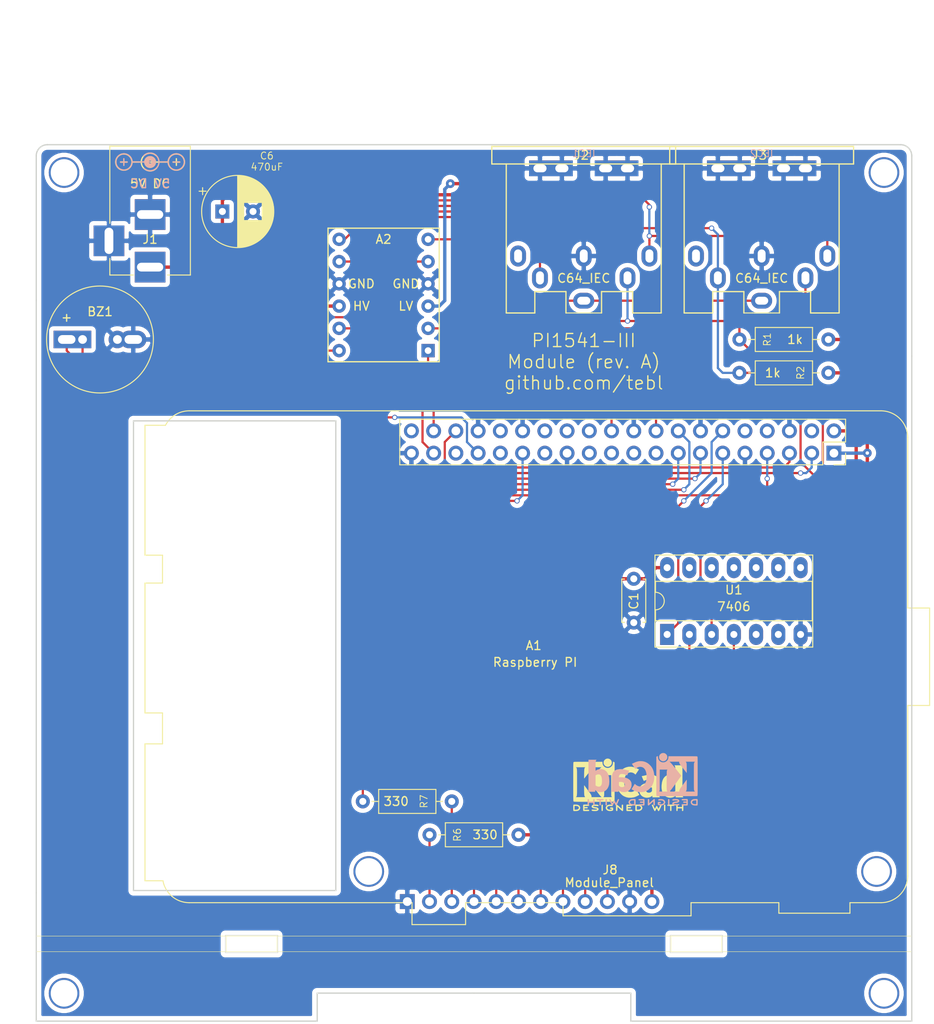
<source format=kicad_pcb>
(kicad_pcb (version 20171130) (host pcbnew "(5.1.8)-1")
  (layers (0 F.Cu signal) (31 B.Cu signal) (34 B.Paste user) (35 F.Paste user) (36 B.SilkS user) (37 F.SilkS user) (38 B.Mask user) (39 F.Mask user) (44 Edge.Cuts user))
  (net 0 "")
  (net 1 GND)
  (net 2 +3V3)
  (net 3 +5V)
  (net 4 I2C_SCL)
  (net 5 I2C_SDA)
  (net 6 RPI_DATA_IN)
  (net 7 SW5_INSERT)
  (net 8 SW4_BACK)
  (net 9 RPI_ATN)
  (net 10 RPI_LED)
  (net 11 "Net-(A1-Pad33)")
  (net 12 RPI_RST)
  (net 13 RPI_CLK_IN)
  (net 14 SW1_ENTER)
  (net 15 RPI_DATA_OUT)
  (net 16 RPI_CLK_OUT)
  (net 17 SW3_DOWN)
  (net 18 SW2_UP)
  (net 19 LED_ACT)
  (net 20 LED_PWR)
  (net 21 C64_DATA)
  (net 22 C64_CLK)
  (net 23 C64_ATN)
  (net 24 C64_RST)
  (module Symbols:KiCad-Logo2_6mm_SilkScreen (layer B.Cu) (at 139.446 127 180)
    (fp_text reference REF*** hide)
    (fp_text value KiCad-Logo2_6mm_SilkScreen hide)
  )
  (module BulkyMIDI-32:PWR_Specification (layer F.Cu) (at 83.185 56.515)
    (fp_text reference SYM1 hide)
    (fp_text value DC_5V)
    (fp_text user + (at -3 0 180) (layer B.SilkS))
    (fp_text user - (at 3 0 180) (layer B.SilkS))
    (fp_text user - (at -3 0) (layer F.SilkS))
    (fp_text user + (at 3 0) (layer F.SilkS))
  )
  (module mounting:M3 (layer F.Cu) (at 73.355 151.435)
    (fp_text reference M1 hide)
    (fp_text value Mounting hide)
    (pad "" np_thru_hole circle (at 0 0) (size 3.5 3.5) (drill 3.048) (layers *.Cu *.Mask))
  )
  (module Symbols:KiCad-Logo2_6mm_SilkScreen (layer F.Cu) (at 137.795 127.635)
    (fp_text reference REF*** hide)
    (fp_text value KiCad-Logo2_6mm_SilkScreen hide)
  )
  (module Capacitor_THT:CP_Radial_D8.0mm_P3.50mm (layer F.Cu) (at 91.44 62.23)
    (fp_text reference C6 (at 5.08 -6.35) (layer F.SilkS) (effects (font (size 0.8 0.8) (thickness 0.1))))
    (fp_text value 470uF (at 5.08 -5.08) (layer F.SilkS) (effects (font (size 0.8 0.8) (thickness 0.1))))
    (pad 1 thru_hole rect (at 0 0) (size 1.6 1.6) (drill 0.8) (layers *.Cu *.Mask) (net 3 +5V))
    (pad 2 thru_hole circle (at 3.5 0) (size 1.6 1.6) (drill 0.8) (layers *.Cu *.Mask) (net 1 GND))
  )
  (module RPI:Raspberry_Pi_3B_Socketed_THT_FaceDown_MountingHoles (layer F.Cu) (at 161.29 89.805 270)
    (fp_text reference A1 (at 21.955 34.29) (layer F.SilkS))
    (fp_text value "Raspberry PI" (at 23.86 34.13 180) (layer F.SilkS))
    (pad "" np_thru_hole circle (at 47.73 -4.87) (size 3.5 3.5) (drill 3.048) (layers *.Cu *.Mask))
    (pad "" np_thru_hole circle (at 47.73 53.13) (size 3.5 3.5) (drill 3.048) (layers *.Cu *.Mask))
    (pad 40 thru_hole oval (at -2.54 48.26 270) (size 1.7 1.7) (drill 1) (layers *.Cu *.Mask))
    (pad 39 thru_hole oval (at 0 48.26 270) (size 1.7 1.7) (drill 1) (layers *.Cu *.Mask) (net 1 GND))
    (pad 26 thru_hole oval (at -2.54 30.48 270) (size 1.7 1.7) (drill 1) (layers *.Cu *.Mask))
    (pad 25 thru_hole oval (at 0 30.48 270) (size 1.7 1.7) (drill 1) (layers *.Cu *.Mask) (net 1 GND))
    (pad 22 thru_hole oval (at -2.54 25.4 270) (size 1.7 1.7) (drill 1) (layers *.Cu *.Mask) (net 6 RPI_DATA_IN))
    (pad 21 thru_hole oval (at 0 25.4 270) (size 1.7 1.7) (drill 1) (layers *.Cu *.Mask))
    (pad 30 thru_hole oval (at -2.54 35.56 270) (size 1.7 1.7) (drill 1) (layers *.Cu *.Mask) (net 1 GND))
    (pad 29 thru_hole oval (at 0 35.56 270) (size 1.7 1.7) (drill 1) (layers *.Cu *.Mask) (net 7 SW5_INSERT))
    (pad 8 thru_hole oval (at -2.54 7.62 270) (size 1.7 1.7) (drill 1) (layers *.Cu *.Mask))
    (pad 7 thru_hole oval (at 0 7.62 270) (size 1.7 1.7) (drill 1) (layers *.Cu *.Mask) (net 8 SW4_BACK))
    (pad 32 thru_hole oval (at -2.54 38.1 270) (size 1.7 1.7) (drill 1) (layers *.Cu *.Mask))
    (pad 31 thru_hole oval (at 0 38.1 270) (size 1.7 1.7) (drill 1) (layers *.Cu *.Mask))
    (pad 18 thru_hole oval (at -2.54 20.32 270) (size 1.7 1.7) (drill 1) (layers *.Cu *.Mask) (net 9 RPI_ATN))
    (pad 17 thru_hole oval (at 0 20.32 270) (size 1.7 1.7) (drill 1) (layers *.Cu *.Mask))
    (pad 36 thru_hole oval (at -2.54 43.18 270) (size 1.7 1.7) (drill 1) (layers *.Cu *.Mask) (net 10 RPI_LED))
    (pad 35 thru_hole oval (at 0 43.18 270) (size 1.7 1.7) (drill 1) (layers *.Cu *.Mask))
    (pad 34 thru_hole oval (at -2.54 40.64 270) (size 1.7 1.7) (drill 1) (layers *.Cu *.Mask) (net 1 GND))
    (pad 33 thru_hole oval (at 0 40.64 270) (size 1.7 1.7) (drill 1) (layers *.Cu *.Mask) (net 11 "Net-(A1-Pad33)"))
    (pad 38 thru_hole oval (at -2.54 45.72 270) (size 1.7 1.7) (drill 1) (layers *.Cu *.Mask) (net 12 RPI_RST))
    (pad 37 thru_hole oval (at 0 45.72 270) (size 1.7 1.7) (drill 1) (layers *.Cu *.Mask) (net 13 RPI_CLK_IN))
    (pad 20 thru_hole oval (at -2.54 22.86 270) (size 1.7 1.7) (drill 1) (layers *.Cu *.Mask) (net 1 GND))
    (pad 19 thru_hole oval (at 0 22.86 270) (size 1.7 1.7) (drill 1) (layers *.Cu *.Mask))
    (pad 10 thru_hole oval (at -2.54 10.16 270) (size 1.7 1.7) (drill 1) (layers *.Cu *.Mask))
    (pad 9 thru_hole oval (at 0 10.16 270) (size 1.7 1.7) (drill 1) (layers *.Cu *.Mask) (net 1 GND))
    (pad 14 thru_hole oval (at -2.54 15.24 270) (size 1.7 1.7) (drill 1) (layers *.Cu *.Mask) (net 1 GND))
    (pad 13 thru_hole oval (at 0 15.24 270) (size 1.7 1.7) (drill 1) (layers *.Cu *.Mask) (net 14 SW1_ENTER))
    (pad 28 thru_hole oval (at -2.54 33.02 270) (size 1.7 1.7) (drill 1) (layers *.Cu *.Mask))
    (pad 27 thru_hole oval (at 0 33.02 270) (size 1.7 1.7) (drill 1) (layers *.Cu *.Mask))
    (pad 12 thru_hole oval (at -2.54 12.7 270) (size 1.7 1.7) (drill 1) (layers *.Cu *.Mask) (net 15 RPI_DATA_OUT))
    (pad 11 thru_hole oval (at 0 12.7 270) (size 1.7 1.7) (drill 1) (layers *.Cu *.Mask) (net 16 RPI_CLK_OUT))
    (pad 24 thru_hole oval (at -2.54 27.94 270) (size 1.7 1.7) (drill 1) (layers *.Cu *.Mask))
    (pad 23 thru_hole oval (at 0 27.94 270) (size 1.7 1.7) (drill 1) (layers *.Cu *.Mask))
    (pad 1 thru_hole rect (at 0 0 270) (size 1.7 1.7) (drill 1) (layers *.Cu *.Mask) (net 2 +3V3))
    (pad 2 thru_hole oval (at -2.54 0 270) (size 1.7 1.7) (drill 1) (layers *.Cu *.Mask) (net 3 +5V))
    (pad 5 thru_hole oval (at 0 5.08 270) (size 1.7 1.7) (drill 1) (layers *.Cu *.Mask) (net 4 I2C_SCL))
    (pad 4 thru_hole oval (at -2.54 2.54 270) (size 1.7 1.7) (drill 1) (layers *.Cu *.Mask))
    (pad 16 thru_hole oval (at -2.54 17.78 270) (size 1.7 1.7) (drill 1) (layers *.Cu *.Mask) (net 17 SW3_DOWN))
    (pad 15 thru_hole oval (at 0 17.78 270) (size 1.7 1.7) (drill 1) (layers *.Cu *.Mask) (net 18 SW2_UP))
    (pad 3 thru_hole oval (at 0 2.54 270) (size 1.7 1.7) (drill 1) (layers *.Cu *.Mask) (net 5 I2C_SDA))
    (pad 6 thru_hole oval (at -2.54 5.08 270) (size 1.7 1.7) (drill 1) (layers *.Cu *.Mask) (net 1 GND))
  )
  (module small_buzzer:Buzzer_12x9.5RM7.6 (layer F.Cu) (at 73.66 76.835)
    (fp_text reference BZ1 (at 3.81 -3.175) (layer F.SilkS))
    (fp_text value Buzzer)
    (fp_text user + (at -0.01 -2.54) (layer F.SilkS))
    (pad 1 thru_hole rect (at 0 0) (size 3 2) (drill oval 2 1) (layers *.Cu *.Mask) (net 11 "Net-(A1-Pad33)"))
    (pad 2 thru_hole oval (at 7.6 0) (size 3 2) (drill oval 2 1) (layers *.Cu *.Mask) (net 1 GND))
    (pad 1 thru_hole rect (at 1.81 0) (size 2 2) (drill 1) (layers *.Cu *.Mask) (net 11 "Net-(A1-Pad33)"))
    (pad 2 thru_hole circle (at 5.79 0) (size 2 2) (drill 1) (layers *.Cu *.Mask) (net 1 GND))
  )
  (module Capacitor_THT:C_Disc_D4.7mm_W2.5mm_P5.00mm (layer F.Cu) (at 138.43 104.14 270)
    (fp_text reference C1 (at 2.54 0 90) (layer F.SilkS))
    (fp_text value 100nF)
    (pad 1 thru_hole circle (at 0 0 270) (size 1.6 1.6) (drill 0.8) (layers *.Cu *.Mask) (net 3 +5V))
    (pad 2 thru_hole circle (at 5 0 270) (size 1.6 1.6) (drill 0.8) (layers *.Cu *.Mask) (net 1 GND))
  )
  (module Package_DIP:DIP-14_W7.62mm_Socket_LongPads (layer F.Cu) (at 142.24 110.49 90)
    (fp_text reference U1 (at 5.08 7.62 180) (layer F.SilkS))
    (fp_text value 7406 (at 3.175 7.62 180) (layer F.SilkS))
    (pad 1 thru_hole rect (at 0 0 90) (size 2.4 1.6) (drill 0.8) (layers *.Cu *.Mask) (net 15 RPI_DATA_OUT))
    (pad 8 thru_hole oval (at 7.62 15.24 90) (size 2.4 1.6) (drill 0.8) (layers *.Cu *.Mask))
    (pad 2 thru_hole oval (at 0 2.54 90) (size 2.4 1.6) (drill 0.8) (layers *.Cu *.Mask) (net 21 C64_DATA))
    (pad 9 thru_hole oval (at 7.62 12.7 90) (size 2.4 1.6) (drill 0.8) (layers *.Cu *.Mask))
    (pad 3 thru_hole oval (at 0 5.08 90) (size 2.4 1.6) (drill 0.8) (layers *.Cu *.Mask) (net 16 RPI_CLK_OUT))
    (pad 10 thru_hole oval (at 7.62 10.16 90) (size 2.4 1.6) (drill 0.8) (layers *.Cu *.Mask))
    (pad 4 thru_hole oval (at 0 7.62 90) (size 2.4 1.6) (drill 0.8) (layers *.Cu *.Mask) (net 22 C64_CLK))
    (pad 11 thru_hole oval (at 7.62 7.62 90) (size 2.4 1.6) (drill 0.8) (layers *.Cu *.Mask))
    (pad 5 thru_hole oval (at 0 10.16 90) (size 2.4 1.6) (drill 0.8) (layers *.Cu *.Mask))
    (pad 12 thru_hole oval (at 7.62 5.08 90) (size 2.4 1.6) (drill 0.8) (layers *.Cu *.Mask))
    (pad 6 thru_hole oval (at 0 12.7 90) (size 2.4 1.6) (drill 0.8) (layers *.Cu *.Mask))
    (pad 13 thru_hole oval (at 7.62 2.54 90) (size 2.4 1.6) (drill 0.8) (layers *.Cu *.Mask))
    (pad 7 thru_hole oval (at 0 15.24 90) (size 2.4 1.6) (drill 0.8) (layers *.Cu *.Mask) (net 1 GND))
    (pad 14 thru_hole oval (at 7.62 0 90) (size 2.4 1.6) (drill 0.8) (layers *.Cu *.Mask) (net 3 +5V))
  )
  (module IIC_4CH_Level_Converter:4CH_I2C_Level_Converter (layer F.Cu) (at 109.855 73.025 180)
    (fp_text reference A2 (at 0 7.62) (layer F.SilkS))
    (fp_text value "I2C LC")
    (fp_text user GND (at 2.54 2.54) (layer F.SilkS))
    (fp_text user GND (at -2.54 2.54) (layer F.SilkS))
    (fp_text user HV (at 2.54 0) (layer F.SilkS))
    (fp_text user LV (at -2.54 0 180) (layer F.SilkS))
    (pad 1 thru_hole rect (at -5.08 -5.08 180) (size 1.524 1.524) (drill 0.762) (layers *.Cu *.Mask) (net 12 RPI_RST))
    (pad 2 thru_hole circle (at -5.08 -2.54 180) (size 1.524 1.524) (drill 0.762) (layers *.Cu *.Mask) (net 6 RPI_DATA_IN))
    (pad 3 thru_hole circle (at -5.08 0 180) (size 1.524 1.524) (drill 0.762) (layers *.Cu *.Mask) (net 2 +3V3))
    (pad 4 thru_hole circle (at -5.08 2.54 180) (size 1.524 1.524) (drill 0.762) (layers *.Cu *.Mask) (net 1 GND))
    (pad 5 thru_hole circle (at -5.08 5.08 180) (size 1.524 1.524) (drill 0.762) (layers *.Cu *.Mask) (net 13 RPI_CLK_IN))
    (pad 6 thru_hole circle (at -5.08 7.62 180) (size 1.524 1.524) (drill 0.762) (layers *.Cu *.Mask) (net 9 RPI_ATN))
    (pad 7 thru_hole circle (at 5.08 7.62 180) (size 1.524 1.524) (drill 0.762) (layers *.Cu *.Mask) (net 23 C64_ATN))
    (pad 8 thru_hole circle (at 5.08 5.08 180) (size 1.524 1.524) (drill 0.762) (layers *.Cu *.Mask) (net 22 C64_CLK))
    (pad 9 thru_hole circle (at 5.08 2.54 180) (size 1.524 1.524) (drill 0.762) (layers *.Cu *.Mask) (net 1 GND))
    (pad 10 thru_hole circle (at 5.08 0 180) (size 1.524 1.524) (drill 0.762) (layers *.Cu *.Mask) (net 3 +5V))
    (pad 11 thru_hole circle (at 5.08 -2.54 180) (size 1.524 1.524) (drill 0.762) (layers *.Cu *.Mask) (net 21 C64_DATA))
    (pad 12 thru_hole circle (at 5.08 -5.08 180) (size 1.524 1.524) (drill 0.762) (layers *.Cu *.Mask) (net 24 C64_RST))
  )
  (module pi1541:BARREL_JACK (layer F.Cu) (at 83.185 68.58 270)
    (fp_text reference J1 (at -3.175 0) (layer F.SilkS))
    (fp_text value "DC IN")
    (pad 3 thru_hole rect (at -3 4.7 270) (size 3.5 3.5) (drill oval 3 1) (layers *.Cu *.Mask) (net 1 GND))
    (pad 2 thru_hole rect (at -6 0 270) (size 3.5 3.5) (drill oval 1 3) (layers *.Cu *.Mask) (net 1 GND))
    (pad 1 thru_hole rect (at 0 0 270) (size 3.5 3.5) (drill oval 1 3) (layers *.Cu *.Mask) (net 3 +5V))
  )
  (module pi1541:Module_Panel (layer F.Cu) (at 120.18 140.97)
    (fp_text reference J8 (at 15.5449 -3.6195 180) (layer F.SilkS))
    (fp_text value Module_Panel (at 15.456 -2.159) (layer F.SilkS))
    (pad 4 thru_hole oval (at 0 0) (size 1.7 1.7) (drill 1) (layers *.Cu *.Mask) (net 4 I2C_SCL))
    (pad 3 thru_hole oval (at -2.54 0) (size 1.7 1.7) (drill 1) (layers *.Cu *.Mask) (net 19 LED_ACT))
    (pad 2 thru_hole oval (at -5.08 0) (size 1.7 1.7) (drill 1) (layers *.Cu *.Mask) (net 20 LED_PWR))
    (pad 1 thru_hole rect (at -7.62 0) (size 1.7 1.7) (drill 1) (layers *.Cu *.Mask) (net 1 GND))
    (pad 5 thru_hole oval (at 2.54 0) (size 1.7 1.7) (drill 1) (layers *.Cu *.Mask) (net 5 I2C_SDA))
    (pad 6 thru_hole oval (at 5.08 0) (size 1.7 1.7) (drill 1) (layers *.Cu *.Mask) (net 14 SW1_ENTER))
    (pad 7 thru_hole oval (at 7.62 0) (size 1.7 1.7) (drill 1) (layers *.Cu *.Mask) (net 18 SW2_UP))
    (pad 8 thru_hole oval (at 10.16 0) (size 1.7 1.7) (drill 1) (layers *.Cu *.Mask) (net 17 SW3_DOWN))
    (pad 9 thru_hole oval (at 12.7 0) (size 1.7 1.7) (drill 1) (layers *.Cu *.Mask) (net 8 SW4_BACK))
    (pad 10 thru_hole oval (at 15.24 0) (size 1.7 1.7) (drill 1) (layers *.Cu *.Mask) (net 7 SW5_INSERT))
    (pad 11 thru_hole oval (at 17.78 0) (size 1.7 1.7) (drill 1) (layers *.Cu *.Mask) (net 1 GND))
    (pad 12 thru_hole oval (at 20.32 0) (size 1.7 1.7) (drill 1) (layers *.Cu *.Mask) (net 2 +3V3))
  )
  (module mounting:M3 (layer F.Cu) (at 167.005 151.435)
    (fp_text reference M2 hide)
    (fp_text value Mounting hide)
    (pad "" np_thru_hole circle (at 0 0) (size 3.5 3.5) (drill 3.048) (layers *.Cu *.Mask))
  )
  (module mounting:M3 (layer F.Cu) (at 167.005 57.785)
    (fp_text reference M3 hide)
    (fp_text value Mounting hide)
    (pad "" np_thru_hole circle (at 0 0) (size 3.5 3.5) (drill 3.048) (layers *.Cu *.Mask))
  )
  (module mounting:M3 (layer F.Cu) (at 73.355 57.785)
    (fp_text reference M4 hide)
    (fp_text value Mounting hide)
    (pad "" np_thru_hole circle (at 0 0) (size 3.5 3.5) (drill 3.048) (layers *.Cu *.Mask))
  )
  (module resistor:R_Axial_DIN0207_L6.3mm_D2.5mm_P10.16mm_Horizontal (layer F.Cu) (at 160.655 76.835 180)
    (fp_text reference R1 (at 6.985 0 90) (layer F.SilkS) (effects (font (size 0.8 0.8) (thickness 0.1))))
    (fp_text value 1k (at 3.81 0) (layer F.SilkS))
    (pad 2 thru_hole oval (at 10.16 0 180) (size 1.6 1.6) (drill 0.8) (layers *.Cu *.Mask) (net 21 C64_DATA))
    (pad 1 thru_hole circle (at 0 0 180) (size 1.6 1.6) (drill 0.8) (layers *.Cu *.Mask) (net 3 +5V))
  )
  (module resistor:R_Axial_DIN0207_L6.3mm_D2.5mm_P10.16mm_Horizontal (layer F.Cu) (at 160.655 80.645 180)
    (fp_text reference R2 (at 3.175 0 90) (layer F.SilkS) (effects (font (size 0.8 0.8) (thickness 0.1))))
    (fp_text value 1k (at 6.35 0) (layer F.SilkS))
    (pad 1 thru_hole circle (at 0 0 180) (size 1.6 1.6) (drill 0.8) (layers *.Cu *.Mask) (net 3 +5V))
    (pad 2 thru_hole oval (at 10.16 0 180) (size 1.6 1.6) (drill 0.8) (layers *.Cu *.Mask) (net 22 C64_CLK))
  )
  (module resistor:R_Axial_DIN0207_L6.3mm_D2.5mm_P10.16mm_Horizontal (layer F.Cu) (at 115.1 133.35)
    (fp_text reference R6 (at 3.175 0 90) (layer F.SilkS) (effects (font (size 0.8 0.8) (thickness 0.1))))
    (fp_text value 330 (at 6.35 0) (layer F.SilkS))
    (pad 2 thru_hole oval (at 10.16 0) (size 1.6 1.6) (drill 0.8) (layers *.Cu *.Mask) (net 2 +3V3))
    (pad 1 thru_hole circle (at 0 0) (size 1.6 1.6) (drill 0.8) (layers *.Cu *.Mask) (net 20 LED_PWR))
  )
  (module resistor:R_Axial_DIN0207_L6.3mm_D2.5mm_P10.16mm_Horizontal (layer F.Cu) (at 117.64 129.54 180)
    (fp_text reference R7 (at 3.175 0 90) (layer F.SilkS) (effects (font (size 0.8 0.8) (thickness 0.1))))
    (fp_text value 330 (at 6.35 0) (layer F.SilkS))
    (pad 1 thru_hole circle (at 0 0 180) (size 1.6 1.6) (drill 0.8) (layers *.Cu *.Mask) (net 19 LED_ACT))
    (pad 2 thru_hole oval (at 10.16 0 180) (size 1.6 1.6) (drill 0.8) (layers *.Cu *.Mask) (net 10 RPI_LED))
  )
  (module C64_IEC:DIN6_IEC (layer F.Cu) (at 132.715 67.31 180)
    (fp_text reference J2 (at 0.25 11.5 180) (layer F.SilkS))
    (fp_text value C64_IEC (at 0 -2.54 180) (layer F.SilkS))
    (pad 5 thru_hole oval (at -5 -2.5 180) (size 1.8 2.4) (drill oval 0.9 1.5) (layers *.Cu *.Mask) (net 21 C64_DATA))
    (pad 4 thru_hole oval (at 5 -2.5 180) (size 1.8 2.4) (drill oval 0.9 1.5) (layers *.Cu *.Mask) (net 22 C64_CLK))
    (pad 3 thru_hole oval (at -7.5 0 180) (size 1.8 2.4) (drill oval 0.9 1.5) (layers *.Cu *.Mask) (net 23 C64_ATN))
    (pad 1 thru_hole oval (at 7.5 0 180) (size 1.8 2.4) (drill oval 0.9 1.5) (layers *.Cu *.Mask))
    (pad 7 thru_hole rect (at -5 10 180) (size 2.5 1.8) (drill oval 1.5 0.9) (layers *.Cu *.Mask) (net 1 GND))
    (pad 7 thru_hole rect (at 5 10 180) (size 2.5 1.8) (drill oval 1.5 0.9) (layers *.Cu *.Mask) (net 1 GND))
    (pad 2 thru_hole oval (at 0 0 180) (size 1.8 2.4) (drill oval 0.9 1.5) (layers *.Cu *.Mask) (net 1 GND))
    (pad 7 thru_hole rect (at 2.5 10 180) (size 2.5 1.8) (drill oval 1.5 0.9) (layers *.Cu *.Mask) (net 1 GND))
    (pad 7 thru_hole rect (at -2.5 10 180) (size 2.5 1.8) (drill oval 1.5 0.9) (layers *.Cu *.Mask) (net 1 GND))
    (pad 6 thru_hole oval (at 0 -5.1 270) (size 1.8 2.4) (drill oval 0.9 1.5) (layers *.Cu *.Mask) (net 24 C64_RST))
  )
  (module C64_IEC:DIN6_IEC (layer F.Cu) (at 153.035 67.31 180)
    (fp_text reference J3 (at 0.25 11.5 180) (layer F.SilkS))
    (fp_text value C64_IEC (at 0 -2.54 180) (layer F.SilkS))
    (pad 6 thru_hole oval (at 0 -5.1 270) (size 1.8 2.4) (drill oval 0.9 1.5) (layers *.Cu *.Mask) (net 24 C64_RST))
    (pad 7 thru_hole rect (at -2.5 10 180) (size 2.5 1.8) (drill oval 1.5 0.9) (layers *.Cu *.Mask) (net 1 GND))
    (pad 7 thru_hole rect (at 2.5 10 180) (size 2.5 1.8) (drill oval 1.5 0.9) (layers *.Cu *.Mask) (net 1 GND))
    (pad 2 thru_hole oval (at 0 0 180) (size 1.8 2.4) (drill oval 0.9 1.5) (layers *.Cu *.Mask) (net 1 GND))
    (pad 7 thru_hole rect (at 5 10 180) (size 2.5 1.8) (drill oval 1.5 0.9) (layers *.Cu *.Mask) (net 1 GND))
    (pad 7 thru_hole rect (at -5 10 180) (size 2.5 1.8) (drill oval 1.5 0.9) (layers *.Cu *.Mask) (net 1 GND))
    (pad 1 thru_hole oval (at 7.5 0 180) (size 1.8 2.4) (drill oval 0.9 1.5) (layers *.Cu *.Mask))
    (pad 3 thru_hole oval (at -7.5 0 180) (size 1.8 2.4) (drill oval 0.9 1.5) (layers *.Cu *.Mask) (net 23 C64_ATN))
    (pad 4 thru_hole oval (at 5 -2.5 180) (size 1.8 2.4) (drill oval 0.9 1.5) (layers *.Cu *.Mask) (net 22 C64_CLK))
    (pad 5 thru_hole oval (at -5 -2.5 180) (size 1.8 2.4) (drill oval 0.9 1.5) (layers *.Cu *.Mask) (net 21 C64_DATA))
  )
  (gr_text IEC2 (at 153.035 55.6135) (layer B.SilkS) (effects (font (size 0.8 0.8) (thickness 0.1)) (justify mirror)))
  (gr_text IEC1 (at 132.715 55.6135) (layer B.SilkS) (effects (font (size 0.8 0.8) (thickness 0.1)) (justify mirror)))
  (gr_line (start 70.18 154.61) (end 102.2705 154.61) (angle 90) (layer Edge.Cuts) (width 0.15))
  (gr_line (start 138.0895 151.41) (end 138.0895 154.61) (layer Edge.Cuts) (width 0.15))
  (gr_line (start 102.2705 151.41) (end 102.2705 154.61) (layer Edge.Cuts) (width 0.15))
  (gr_line (start 138.0895 151.41) (end 120.18 151.41) (angle 90) (layer Edge.Cuts) (width 0.15))
  (gr_line (start 102.2705 151.41) (end 120.18 151.41) (angle 90) (layer Edge.Cuts) (width 0.15))
  (gr_line (start 148.575 144.803) (end 148.575 146.808) (layer Edge.Cuts) (width 0.05))
  (gr_line (start 91.775 144.803) (end 97.775 144.803) (layer Edge.Cuts) (width 0.05))
  (gr_line (start 142.575 144.803) (end 148.575 144.803) (layer Edge.Cuts) (width 0.05))
  (gr_line (start 97.775 146.808) (end 91.775 146.808) (layer Edge.Cuts) (width 0.05))
  (gr_line (start 148.575 146.808) (end 142.575 146.808) (layer Edge.Cuts) (width 0.05))
  (gr_line (start 91.775 146.808) (end 91.775 144.803) (layer Edge.Cuts) (width 0.05))
  (gr_line (start 142.575 146.808) (end 142.575 144.803) (layer Edge.Cuts) (width 0.05))
  (gr_line (start 97.775 144.803) (end 97.775 146.808) (layer Edge.Cuts) (width 0.05))
  (gr_line (start 104.394 139.708) (end 104.394 86.122) (layer Edge.Cuts) (width 0.15))
  (gr_line (start 104.394 86.122) (end 81.288 86.122) (layer Edge.Cuts) (width 0.15))
  (gr_text "5V DC" (at 83.185 59.055) (layer B.SilkS) (effects (font (size 1 1)) (justify mirror)))
  (gr_text "5V DC" (at 83.185 59.055) (layer F.SilkS) (effects (font (size 1 1))))
  (gr_text "PI1541-III\nModule (rev. A)\ngithub.com/tebl" (at 132.715 79.375) (layer F.SilkS) (effects (font (size 1.5 1.5))))
  (gr_line (start 170.18 78.74) (end 170.18 55.88) (layer Edge.Cuts) (width 0.15))
  (gr_line (start 70.18 55.88) (end 70.18 72.39) (layer Edge.Cuts) (width 0.15))
  (gr_line (start 81.288 139.708) (end 81.288 86.122) (layer Edge.Cuts) (width 0.15))
  (gr_line (start 70.18 139.954) (end 70.18 154.61) (layer Edge.Cuts) (width 0.15))
  (gr_line (start 104.394 139.708) (end 81.288 139.708) (layer Edge.Cuts) (width 0.15))
  (gr_line (start 70.18 139.954) (end 70.18 72.39) (layer Edge.Cuts) (width 0.15))
  (gr_line (start 168.91 54.61) (end 71.45 54.61) (angle 90) (layer Edge.Cuts) (width 0.15))
  (gr_arc (start 71.45 55.88) (end 70.18 55.88) (angle 90) (layer Edge.Cuts) (width 0.15))
  (gr_arc (start 168.91 55.88) (end 168.91 54.61) (angle 90) (layer Edge.Cuts) (width 0.15))
  (gr_line (start 170.18 154.61) (end 170.18 78.74) (angle 90) (layer Edge.Cuts) (width 0.15))
  (gr_line (start 138.0895 154.61) (end 170.18 154.61) (angle 90) (layer Edge.Cuts) (width 0.15))
  (segment (start 79.45 76.835) (end 81.26 76.835) (width 0.381) (layer F.Cu) (net 1))
  (via (at 117.475 59.055) (size 1) (drill 0.4) (layers F.Cu B.Cu) (net 2))
  (segment (start 116.205 73.025) (end 114.935 73.025) (width 0.381) (layer B.Cu) (net 2))
  (segment (start 116.84 72.39) (end 116.205 73.025) (width 0.381) (layer B.Cu) (net 2))
  (segment (start 116.84 59.69) (end 116.84 72.39) (width 0.381) (layer B.Cu) (net 2))
  (segment (start 117.475 59.055) (end 116.84 59.69) (width 0.381) (layer B.Cu) (net 2))
  (segment (start 139.7 133.35) (end 127.165 133.35) (width 0.381) (layer F.Cu) (net 2))
  (segment (start 127.165 133.35) (end 125.26 133.35) (width 0.381) (layer F.Cu) (net 2))
  (segment (start 140.5 140.97) (end 140.5 134.15) (width 0.381) (layer F.Cu) (net 2))
  (segment (start 141.3 133.35) (end 140.5 134.15) (width 0.381) (layer F.Cu) (net 2))
  (segment (start 139.7 133.35) (end 141.3 133.35) (width 0.381) (layer F.Cu) (net 2))
  (segment (start 165.08401 89.805) (end 165.10001 89.789) (width 0.381) (layer B.Cu) (net 2))
  (via (at 165.10001 89.789) (size 1) (drill 0.4) (layers F.Cu B.Cu) (net 2))
  (segment (start 117.475 59.055) (end 161.925 59.055) (width 0.381) (layer F.Cu) (net 2))
  (segment (start 161.29 89.805) (end 165.08401 89.805) (width 0.381) (layer B.Cu) (net 2))
  (segment (start 161.925 59.055) (end 165.10001 62.23001) (width 0.381) (layer F.Cu) (net 2))
  (segment (start 165.10001 62.23001) (end 165.10001 89.789) (width 0.381) (layer F.Cu) (net 2))
  (segment (start 165.10001 90.496106) (end 165.10001 89.789) (width 0.381) (layer F.Cu) (net 2))
  (segment (start 165.10001 132.63879) (end 165.10001 90.496106) (width 0.381) (layer F.Cu) (net 2))
  (segment (start 164.3888 133.35) (end 165.10001 132.63879) (width 0.381) (layer F.Cu) (net 2))
  (segment (start 141.3 133.35) (end 164.3888 133.35) (width 0.381) (layer F.Cu) (net 2))
  (segment (start 85.725 68.58) (end 83.185 68.58) (width 0.381) (layer F.Cu) (net 3))
  (segment (start 85.725 68.58) (end 90.17 68.58) (width 0.381) (layer F.Cu) (net 3))
  (segment (start 91.44 67.31) (end 91.44 62.23) (width 0.381) (layer F.Cu) (net 3))
  (segment (start 161.29 60.325) (end 162.56 61.595) (width 0.381) (layer F.Cu) (net 3))
  (segment (start 92.075 60.325) (end 161.29 60.325) (width 0.381) (layer F.Cu) (net 3))
  (segment (start 91.44 60.96) (end 92.075 60.325) (width 0.381) (layer F.Cu) (net 3))
  (segment (start 91.44 62.23) (end 91.44 60.96) (width 0.381) (layer F.Cu) (net 3))
  (segment (start 91.44 71.755) (end 92.71 73.025) (width 0.381) (layer F.Cu) (net 3))
  (segment (start 104.775 73.025) (end 92.71 73.025) (width 0.381) (layer F.Cu) (net 3))
  (segment (start 90.17 68.58) (end 91.44 68.58) (width 0.381) (layer F.Cu) (net 3))
  (segment (start 91.44 68.58) (end 91.44 71.755) (width 0.381) (layer F.Cu) (net 3))
  (segment (start 91.44 67.31) (end 91.44 68.58) (width 0.381) (layer F.Cu) (net 3))
  (segment (start 162.56 61.595) (end 163.83 62.865) (width 0.381) (layer F.Cu) (net 3))
  (segment (start 163.8206 87.265) (end 163.83 87.2744) (width 0.381) (layer F.Cu) (net 3))
  (segment (start 161.29 87.265) (end 163.8206 87.265) (width 0.381) (layer F.Cu) (net 3))
  (segment (start 163.8046 80.645) (end 163.83 80.6704) (width 0.381) (layer F.Cu) (net 3))
  (segment (start 160.655 80.645) (end 163.8046 80.645) (width 0.381) (layer F.Cu) (net 3))
  (segment (start 163.83 80.6704) (end 163.83 87.2744) (width 0.381) (layer F.Cu) (net 3))
  (segment (start 163.8046 76.835) (end 163.83 76.8604) (width 0.381) (layer F.Cu) (net 3))
  (segment (start 160.655 76.835) (end 163.8046 76.835) (width 0.381) (layer F.Cu) (net 3))
  (segment (start 163.83 76.8604) (end 163.83 80.6704) (width 0.381) (layer F.Cu) (net 3))
  (segment (start 163.83 62.865) (end 163.83 76.8604) (width 0.381) (layer F.Cu) (net 3))
  (segment (start 163.83 87.2744) (end 163.83 99.695) (width 0.381) (layer F.Cu) (net 3))
  (segment (start 141.605 114.3) (end 163.195 114.3) (width 0.381) (layer F.Cu) (net 3))
  (segment (start 163.83 113.665) (end 163.83 99.695) (width 0.381) (layer F.Cu) (net 3))
  (segment (start 163.195 114.3) (end 163.83 113.665) (width 0.381) (layer F.Cu) (net 3))
  (segment (start 138.43 104.14) (end 137.16 104.14) (width 0.381) (layer F.Cu) (net 3))
  (segment (start 137.16 104.14) (end 136.525 104.775) (width 0.381) (layer F.Cu) (net 3))
  (segment (start 136.525 104.775) (end 136.525 113.03) (width 0.381) (layer F.Cu) (net 3))
  (segment (start 137.795 114.3) (end 141.605 114.3) (width 0.381) (layer F.Cu) (net 3))
  (segment (start 136.525 113.03) (end 137.795 114.3) (width 0.381) (layer F.Cu) (net 3))
  (segment (start 139.7 104.14) (end 140.97 102.87) (width 0.381) (layer F.Cu) (net 3))
  (segment (start 138.43 104.14) (end 139.7 104.14) (width 0.381) (layer F.Cu) (net 3))
  (segment (start 142.24 102.87) (end 140.97 102.87) (width 0.381) (layer F.Cu) (net 3))
  (segment (start 156.21 90.805) (end 156.21 89.805) (width 0.25) (layer F.Cu) (net 4))
  (segment (start 155.575 91.44) (end 156.21 90.805) (width 0.25) (layer F.Cu) (net 4))
  (segment (start 119.38 92.075) (end 120.015 91.44) (width 0.25) (layer F.Cu) (net 4))
  (segment (start 120.015 91.44) (end 155.575 91.44) (width 0.25) (layer F.Cu) (net 4))
  (segment (start 119.38 138.43) (end 119.38 92.075) (width 0.25) (layer F.Cu) (net 4))
  (segment (start 120.18 139.23) (end 119.38 138.43) (width 0.25) (layer F.Cu) (net 4))
  (segment (start 120.18 140.97) (end 120.18 139.23) (width 0.25) (layer F.Cu) (net 4))
  (segment (start 122.72 140.97) (end 122.72 139.23) (width 0.25) (layer F.Cu) (net 5))
  (segment (start 122.72 139.23) (end 121.92 138.43) (width 0.25) (layer F.Cu) (net 5))
  (segment (start 121.92 138.43) (end 120.65 138.43) (width 0.25) (layer F.Cu) (net 5))
  (segment (start 120.65 138.43) (end 120.015 137.795) (width 0.25) (layer F.Cu) (net 5))
  (segment (start 120.015 137.795) (end 120.015 127.635) (width 0.25) (layer F.Cu) (net 5))
  (segment (start 120.015 127.635) (end 120.015 92.71) (width 0.25) (layer F.Cu) (net 5))
  (segment (start 120.015 92.71) (end 120.65 92.075) (width 0.25) (layer F.Cu) (net 5))
  (via (at 157.48 92.075) (size 0.6) (drill 0.4) (layers F.Cu B.Cu) (net 5))
  (segment (start 120.65 92.075) (end 157.48 92.075) (width 0.25) (layer F.Cu) (net 5))
  (segment (start 157.48 92.075) (end 158.115 92.075) (width 0.25) (layer B.Cu) (net 5))
  (segment (start 158.75 91.44) (end 158.75 89.805) (width 0.25) (layer B.Cu) (net 5))
  (segment (start 158.115 92.075) (end 158.75 91.44) (width 0.25) (layer B.Cu) (net 5))
  (segment (start 135.89 87.265) (end 135.89 76.835) (width 0.25) (layer F.Cu) (net 6))
  (segment (start 135.89 76.835) (end 135.255 76.2) (width 0.25) (layer F.Cu) (net 6))
  (segment (start 135.255 76.2) (end 122.555 76.2) (width 0.25) (layer F.Cu) (net 6))
  (segment (start 121.92 75.565) (end 114.935 75.565) (width 0.25) (layer F.Cu) (net 6))
  (segment (start 122.555 76.2) (end 121.92 75.565) (width 0.25) (layer F.Cu) (net 6))
  (segment (start 135.42 140.97) (end 135.42 136.055) (width 0.25) (layer F.Cu) (net 7))
  (segment (start 135.42 136.055) (end 134.62 135.255) (width 0.25) (layer F.Cu) (net 7))
  (segment (start 134.62 135.255) (end 123.825 135.255) (width 0.25) (layer F.Cu) (net 7))
  (segment (start 123.825 135.255) (end 123.19 134.62) (width 0.25) (layer F.Cu) (net 7))
  (segment (start 123.19 134.62) (end 123.19 127.635) (width 0.25) (layer F.Cu) (net 7))
  (segment (start 123.19 127.635) (end 123.19 95.885) (width 0.25) (layer F.Cu) (net 7))
  (via (at 125.095 95.25) (size 0.6) (drill 0.4) (layers F.Cu B.Cu) (net 7))
  (segment (start 123.825 95.25) (end 125.095 95.25) (width 0.25) (layer F.Cu) (net 7))
  (segment (start 123.19 95.885) (end 123.825 95.25) (width 0.25) (layer F.Cu) (net 7))
  (segment (start 125.095 95.25) (end 125.73 94.615) (width 0.25) (layer B.Cu) (net 7))
  (segment (start 125.73 89.805) (end 125.73 94.615) (width 0.25) (layer B.Cu) (net 7))
  (segment (start 132.88 140.97) (end 132.88 136.69) (width 0.25) (layer F.Cu) (net 8))
  (segment (start 132.88 136.69) (end 132.08 135.89) (width 0.25) (layer F.Cu) (net 8))
  (segment (start 132.08 135.89) (end 123.19 135.89) (width 0.25) (layer F.Cu) (net 8))
  (segment (start 123.19 135.89) (end 122.555 135.255) (width 0.25) (layer F.Cu) (net 8))
  (segment (start 122.555 135.255) (end 122.555 127.635) (width 0.25) (layer F.Cu) (net 8))
  (segment (start 122.555 127.635) (end 122.555 95.25) (width 0.25) (layer F.Cu) (net 8))
  (segment (start 122.555 95.25) (end 123.19 94.615) (width 0.25) (layer F.Cu) (net 8))
  (segment (start 123.19 94.615) (end 153.035 94.615) (width 0.25) (layer F.Cu) (net 8))
  (via (at 153.67 92.71) (size 0.6) (drill 0.4) (layers F.Cu B.Cu) (net 8))
  (segment (start 153.67 93.98) (end 153.67 92.71) (width 0.25) (layer F.Cu) (net 8))
  (segment (start 153.035 94.615) (end 153.67 93.98) (width 0.25) (layer F.Cu) (net 8))
  (segment (start 153.67 92.71) (end 153.67 89.805) (width 0.25) (layer B.Cu) (net 8))
  (segment (start 123.19 75.565) (end 140.335 75.565) (width 0.25) (layer F.Cu) (net 9))
  (segment (start 121.92 74.295) (end 123.19 75.565) (width 0.25) (layer F.Cu) (net 9))
  (segment (start 140.335 75.565) (end 140.97 76.2) (width 0.25) (layer F.Cu) (net 9))
  (segment (start 121.92 66.04) (end 121.92 74.295) (width 0.25) (layer F.Cu) (net 9))
  (segment (start 121.285 65.405) (end 121.92 66.04) (width 0.25) (layer F.Cu) (net 9))
  (segment (start 140.97 76.2) (end 140.97 87.265) (width 0.25) (layer F.Cu) (net 9))
  (segment (start 114.935 65.405) (end 121.285 65.405) (width 0.25) (layer F.Cu) (net 9))
  (segment (start 107.95 92.075) (end 107.48 92.545) (width 0.25) (layer F.Cu) (net 10))
  (segment (start 107.48 92.545) (end 107.48 129.54) (width 0.25) (layer F.Cu) (net 10))
  (segment (start 116.84 91.44) (end 116.205 92.075) (width 0.25) (layer F.Cu) (net 10))
  (segment (start 116.205 92.075) (end 107.95 92.075) (width 0.25) (layer F.Cu) (net 10))
  (segment (start 116.84 88.535) (end 116.84 91.44) (width 0.25) (layer F.Cu) (net 10))
  (segment (start 118.11 87.265) (end 116.84 88.535) (width 0.25) (layer F.Cu) (net 10))
  (segment (start 120.65 89.805) (end 119.38 88.535) (width 0.25) (layer B.Cu) (net 11))
  (segment (start 119.38 88.535) (end 119.38 86.36) (width 0.25) (layer B.Cu) (net 11))
  (via (at 111.125 85.725) (size 0.6) (drill 0.4) (layers F.Cu B.Cu) (net 11))
  (segment (start 118.745 85.725) (end 111.125 85.725) (width 0.25) (layer B.Cu) (net 11))
  (segment (start 119.38 86.36) (end 118.745 85.725) (width 0.25) (layer B.Cu) (net 11))
  (segment (start 111.125 85.725) (end 109.22 85.725) (width 0.25) (layer F.Cu) (net 11))
  (segment (start 109.22 85.725) (end 106.045 82.55) (width 0.25) (layer F.Cu) (net 11))
  (segment (start 106.045 82.55) (end 76.835 82.55) (width 0.25) (layer F.Cu) (net 11))
  (segment (start 76.835 82.55) (end 75.47 81.185) (width 0.25) (layer F.Cu) (net 11))
  (segment (start 73.66 76.835) (end 73.66 78.105) (width 0.25) (layer F.Cu) (net 11))
  (segment (start 74.2 78.645) (end 75.47 78.645) (width 0.25) (layer F.Cu) (net 11))
  (segment (start 73.66 78.105) (end 74.2 78.645) (width 0.25) (layer F.Cu) (net 11))
  (segment (start 75.47 78.645) (end 75.47 76.835) (width 0.25) (layer F.Cu) (net 11))
  (segment (start 75.47 81.185) (end 75.47 78.645) (width 0.25) (layer F.Cu) (net 11))
  (segment (start 114.935 80.645) (end 114.935 78.105) (width 0.25) (layer F.Cu) (net 12))
  (segment (start 115.57 81.28) (end 114.935 80.645) (width 0.25) (layer F.Cu) (net 12))
  (segment (start 115.57 87.265) (end 115.57 81.28) (width 0.25) (layer F.Cu) (net 12))
  (segment (start 113.665 67.945) (end 114.935 67.945) (width 0.25) (layer F.Cu) (net 13))
  (segment (start 113.03 80.01) (end 113.03 68.58) (width 0.25) (layer F.Cu) (net 13))
  (segment (start 114.3 81.28) (end 113.03 80.01) (width 0.25) (layer F.Cu) (net 13))
  (segment (start 113.03 68.58) (end 113.665 67.945) (width 0.25) (layer F.Cu) (net 13))
  (segment (start 114.3 88.535) (end 114.3 81.28) (width 0.25) (layer F.Cu) (net 13))
  (segment (start 115.57 89.805) (end 114.3 88.535) (width 0.25) (layer F.Cu) (net 13))
  (segment (start 125.26 140.97) (end 125.26 138.595) (width 0.25) (layer F.Cu) (net 14))
  (segment (start 125.26 138.595) (end 124.46 137.795) (width 0.25) (layer F.Cu) (net 14))
  (segment (start 124.46 137.795) (end 121.285 137.795) (width 0.25) (layer F.Cu) (net 14))
  (segment (start 121.285 137.795) (end 120.65 137.16) (width 0.25) (layer F.Cu) (net 14))
  (segment (start 120.65 137.16) (end 120.65 127.635) (width 0.25) (layer F.Cu) (net 14))
  (segment (start 120.65 127.635) (end 120.65 93.345) (width 0.25) (layer F.Cu) (net 14))
  (segment (start 120.65 93.345) (end 121.285 92.71) (width 0.25) (layer F.Cu) (net 14))
  (via (at 145.415 92.71) (size 0.6) (drill 0.4) (layers F.Cu B.Cu) (net 14))
  (segment (start 121.285 92.71) (end 145.415 92.71) (width 0.25) (layer F.Cu) (net 14))
  (segment (start 145.415 92.71) (end 146.05 92.075) (width 0.25) (layer B.Cu) (net 14))
  (segment (start 146.05 92.075) (end 146.05 89.805) (width 0.25) (layer B.Cu) (net 14))
  (via (at 144.144988 95.25) (size 0.6) (drill 0.4) (layers F.Cu B.Cu) (net 15))
  (segment (start 143.51 109.22) (end 143.51 95.884988) (width 0.25) (layer F.Cu) (net 15))
  (segment (start 147.32 88.535) (end 147.32 92.074988) (width 0.25) (layer B.Cu) (net 15))
  (segment (start 142.24 110.49) (end 143.51 109.22) (width 0.25) (layer F.Cu) (net 15))
  (segment (start 143.51 95.884988) (end 144.144988 95.25) (width 0.25) (layer F.Cu) (net 15))
  (segment (start 148.59 87.265) (end 147.32 88.535) (width 0.25) (layer B.Cu) (net 15))
  (segment (start 147.32 92.074988) (end 144.144988 95.25) (width 0.25) (layer B.Cu) (net 15))
  (segment (start 147.32 110.49) (end 147.32 106.045) (width 0.25) (layer F.Cu) (net 16))
  (segment (start 147.32 106.045) (end 146.05 104.775) (width 0.25) (layer F.Cu) (net 16))
  (via (at 146.685 95.25) (size 0.6) (drill 0.4) (layers F.Cu B.Cu) (net 16))
  (segment (start 146.05 95.885) (end 146.685 95.25) (width 0.25) (layer F.Cu) (net 16))
  (segment (start 146.05 104.775) (end 146.05 95.885) (width 0.25) (layer F.Cu) (net 16))
  (segment (start 148.59 93.345) (end 148.59 89.805) (width 0.25) (layer B.Cu) (net 16))
  (segment (start 146.685 95.25) (end 148.59 93.345) (width 0.25) (layer B.Cu) (net 16))
  (segment (start 130.34 140.97) (end 130.34 137.325) (width 0.25) (layer F.Cu) (net 17))
  (segment (start 130.34 137.325) (end 129.54 136.525) (width 0.25) (layer F.Cu) (net 17))
  (segment (start 129.54 136.525) (end 122.555 136.525) (width 0.25) (layer F.Cu) (net 17))
  (segment (start 122.555 136.525) (end 121.92 135.89) (width 0.25) (layer F.Cu) (net 17))
  (segment (start 121.92 135.89) (end 121.92 127.635) (width 0.25) (layer F.Cu) (net 17))
  (segment (start 121.92 127.635) (end 121.92 94.615) (width 0.25) (layer F.Cu) (net 17))
  (segment (start 121.92 94.615) (end 122.555 93.98) (width 0.25) (layer F.Cu) (net 17))
  (via (at 144.145 93.98) (size 0.6) (drill 0.4) (layers F.Cu B.Cu) (net 17))
  (segment (start 122.555 93.98) (end 144.145 93.98) (width 0.25) (layer F.Cu) (net 17))
  (segment (start 144.78 88.535) (end 143.51 87.265) (width 0.25) (layer B.Cu) (net 17))
  (segment (start 144.78 93.345) (end 144.78 88.535) (width 0.25) (layer B.Cu) (net 17))
  (segment (start 144.145 93.98) (end 144.78 93.345) (width 0.25) (layer B.Cu) (net 17))
  (segment (start 127.8 140.97) (end 127.8 137.96) (width 0.25) (layer F.Cu) (net 18))
  (segment (start 127.8 137.96) (end 127 137.16) (width 0.25) (layer F.Cu) (net 18))
  (segment (start 127 137.16) (end 121.92 137.16) (width 0.25) (layer F.Cu) (net 18))
  (segment (start 121.92 137.16) (end 121.285 136.525) (width 0.25) (layer F.Cu) (net 18))
  (segment (start 121.285 136.525) (end 121.285 127.635) (width 0.25) (layer F.Cu) (net 18))
  (segment (start 121.285 127.635) (end 121.285 93.98) (width 0.25) (layer F.Cu) (net 18))
  (segment (start 121.285 93.98) (end 121.92 93.345) (width 0.25) (layer F.Cu) (net 18))
  (via (at 142.875 93.345) (size 0.6) (drill 0.4) (layers F.Cu B.Cu) (net 18))
  (segment (start 121.92 93.345) (end 142.875 93.345) (width 0.25) (layer F.Cu) (net 18))
  (segment (start 142.875 93.345) (end 143.51 92.71) (width 0.25) (layer B.Cu) (net 18))
  (segment (start 143.51 92.71) (end 143.51 89.805) (width 0.25) (layer B.Cu) (net 18))
  (segment (start 117.64 140.97) (end 117.64 132.55) (width 0.25) (layer F.Cu) (net 19))
  (segment (start 117.64 132.55) (end 117.64 129.54) (width 0.25) (layer F.Cu) (net 19))
  (segment (start 115.1 135.255) (end 115.1 133.35) (width 0.25) (layer F.Cu) (net 20))
  (segment (start 115.1 140.97) (end 115.1 135.255) (width 0.25) (layer F.Cu) (net 20))
  (segment (start 137.715 69.81) (end 137.715 74.596) (width 0.25) (layer B.Cu) (net 21))
  (via (at 137.7188 74.7268) (size 0.6) (drill 0.4) (layers F.Cu B.Cu) (net 21))
  (segment (start 137.715 74.723) (end 137.7188 74.7268) (width 0.25) (layer B.Cu) (net 21))
  (segment (start 137.715 74.596) (end 137.715 74.723) (width 0.25) (layer B.Cu) (net 21))
  (segment (start 155.1432 74.7268) (end 158.035 71.835) (width 0.25) (layer F.Cu) (net 21))
  (segment (start 158.035 69.81) (end 158.035 71.835) (width 0.25) (layer F.Cu) (net 21))
  (segment (start 150.6982 74.7268) (end 155.1432 74.7268) (width 0.25) (layer F.Cu) (net 21))
  (segment (start 150.495 76.835) (end 150.495 74.7268) (width 0.25) (layer F.Cu) (net 21))
  (segment (start 150.495 74.7268) (end 150.6982 74.7268) (width 0.25) (layer F.Cu) (net 21))
  (segment (start 137.7188 74.7268) (end 150.495 74.7268) (width 0.25) (layer F.Cu) (net 21))
  (segment (start 123.5075 74.7268) (end 137.7188 74.7268) (width 0.25) (layer F.Cu) (net 21))
  (segment (start 122.555 73.7743) (end 123.5075 74.7268) (width 0.25) (layer F.Cu) (net 21))
  (segment (start 122.555 63.5) (end 122.555 73.7743) (width 0.25) (layer F.Cu) (net 21))
  (segment (start 121.92 62.865) (end 122.555 63.5) (width 0.25) (layer F.Cu) (net 21))
  (segment (start 108.585 62.865) (end 121.92 62.865) (width 0.25) (layer F.Cu) (net 21))
  (segment (start 107.95 63.5) (end 108.585 62.865) (width 0.25) (layer F.Cu) (net 21))
  (segment (start 107.95 74.93) (end 107.95 63.5) (width 0.25) (layer F.Cu) (net 21))
  (segment (start 107.315 75.565) (end 107.95 74.93) (width 0.25) (layer F.Cu) (net 21))
  (segment (start 104.775 75.565) (end 107.315 75.565) (width 0.25) (layer F.Cu) (net 21))
  (segment (start 144.78 113.03) (end 144.78 110.49) (width 0.25) (layer F.Cu) (net 21))
  (segment (start 145.415 113.665) (end 144.78 113.03) (width 0.25) (layer F.Cu) (net 21))
  (segment (start 160.655 113.665) (end 145.415 113.665) (width 0.25) (layer F.Cu) (net 21))
  (segment (start 161.29 113.03) (end 160.655 113.665) (width 0.25) (layer F.Cu) (net 21))
  (segment (start 161.29 92.71) (end 161.29 113.03) (width 0.25) (layer F.Cu) (net 21))
  (segment (start 160.02 86.36) (end 160.02 91.44) (width 0.25) (layer F.Cu) (net 21))
  (segment (start 160.02 91.44) (end 161.29 92.71) (width 0.25) (layer F.Cu) (net 21))
  (segment (start 150.495 76.835) (end 160.02 86.36) (width 0.25) (layer F.Cu) (net 21))
  (segment (start 127.715 69.81) (end 127.715 64.69) (width 0.25) (layer F.Cu) (net 22))
  (segment (start 127.715 64.69) (end 128.27 64.135) (width 0.25) (layer F.Cu) (net 22))
  (via (at 147.32 64.135) (size 0.6) (drill 0.4) (layers F.Cu B.Cu) (net 22))
  (segment (start 128.27 64.135) (end 147.32 64.135) (width 0.25) (layer F.Cu) (net 22))
  (segment (start 148.035 64.85) (end 148.035 69.81) (width 0.25) (layer B.Cu) (net 22))
  (segment (start 147.32 64.135) (end 148.035 64.85) (width 0.25) (layer B.Cu) (net 22))
  (segment (start 127 61.595) (end 127.715 62.31) (width 0.25) (layer F.Cu) (net 22))
  (segment (start 107.315 61.595) (end 127 61.595) (width 0.25) (layer F.Cu) (net 22))
  (segment (start 106.68 62.23) (end 107.315 61.595) (width 0.25) (layer F.Cu) (net 22))
  (segment (start 106.68 64.77) (end 106.68 62.23) (width 0.25) (layer F.Cu) (net 22))
  (segment (start 127.715 62.31) (end 127.715 64.69) (width 0.25) (layer F.Cu) (net 22))
  (segment (start 106.68 64.77) (end 106.68 67.31) (width 0.25) (layer F.Cu) (net 22))
  (segment (start 106.045 67.945) (end 104.775 67.945) (width 0.25) (layer F.Cu) (net 22))
  (segment (start 106.68 67.31) (end 106.045 67.945) (width 0.25) (layer F.Cu) (net 22))
  (segment (start 148.035 69.81) (end 148.035 80.09) (width 0.25) (layer B.Cu) (net 22))
  (segment (start 148.59 80.645) (end 150.495 80.645) (width 0.25) (layer B.Cu) (net 22))
  (segment (start 148.035 80.09) (end 148.59 80.645) (width 0.25) (layer B.Cu) (net 22))
  (segment (start 157.48 90.805) (end 157.48 85.09) (width 0.25) (layer F.Cu) (net 22))
  (segment (start 153.035 80.645) (end 150.495 80.645) (width 0.25) (layer F.Cu) (net 22))
  (segment (start 160.655 93.98) (end 157.48 90.805) (width 0.25) (layer F.Cu) (net 22))
  (segment (start 160.655 112.395) (end 160.655 93.98) (width 0.25) (layer F.Cu) (net 22))
  (segment (start 150.495 113.03) (end 160.02 113.03) (width 0.25) (layer F.Cu) (net 22))
  (segment (start 149.86 112.395) (end 150.495 113.03) (width 0.25) (layer F.Cu) (net 22))
  (segment (start 157.48 85.09) (end 153.035 80.645) (width 0.25) (layer F.Cu) (net 22))
  (segment (start 160.02 113.03) (end 160.655 112.395) (width 0.25) (layer F.Cu) (net 22))
  (segment (start 149.86 110.49) (end 149.86 112.395) (width 0.25) (layer F.Cu) (net 22))
  (segment (start 140.215 67.31) (end 140.215 65.525) (width 0.25) (layer F.Cu) (net 23))
  (via (at 140.208 65.024) (size 0.6) (drill 0.4) (layers F.Cu B.Cu) (net 23))
  (segment (start 140.215 65.031) (end 140.208 65.024) (width 0.25) (layer F.Cu) (net 23))
  (segment (start 140.215 65.525) (end 140.215 65.031) (width 0.25) (layer F.Cu) (net 23))
  (via (at 140.208 61.722) (size 0.6) (drill 0.4) (layers F.Cu B.Cu) (net 23))
  (segment (start 140.208 65.024) (end 140.208 61.722) (width 0.25) (layer B.Cu) (net 23))
  (segment (start 139.446 60.96) (end 139.7 60.96) (width 0.25) (layer F.Cu) (net 23))
  (segment (start 140.208 61.468) (end 139.7 60.96) (width 0.25) (layer F.Cu) (net 23))
  (segment (start 140.208 61.722) (end 140.208 61.468) (width 0.25) (layer F.Cu) (net 23))
  (segment (start 160.034 65.024) (end 160.535 65.525) (width 0.25) (layer F.Cu) (net 23))
  (segment (start 140.208 65.024) (end 160.034 65.024) (width 0.25) (layer F.Cu) (net 23))
  (segment (start 160.535 65.525) (end 160.535 67.31) (width 0.25) (layer F.Cu) (net 23))
  (segment (start 104.775 65.405) (end 105.41 65.405) (width 0.25) (layer F.Cu) (net 23))
  (segment (start 105.41 65.405) (end 106.045 64.77) (width 0.25) (layer F.Cu) (net 23))
  (segment (start 106.045 61.595) (end 106.68 60.96) (width 0.25) (layer F.Cu) (net 23))
  (segment (start 106.045 64.77) (end 106.045 61.595) (width 0.25) (layer F.Cu) (net 23))
  (segment (start 106.68 60.96) (end 139.446 60.96) (width 0.25) (layer F.Cu) (net 23))
  (segment (start 153.035 72.41) (end 132.715 72.41) (width 0.25) (layer F.Cu) (net 24))
  (segment (start 103.505 78.105) (end 104.775 78.105) (width 0.25) (layer F.Cu) (net 24))
  (segment (start 102.87 77.47) (end 103.505 78.105) (width 0.25) (layer F.Cu) (net 24))
  (segment (start 103.505 74.295) (end 102.87 74.93) (width 0.25) (layer F.Cu) (net 24))
  (segment (start 106.68 74.295) (end 103.505 74.295) (width 0.25) (layer F.Cu) (net 24))
  (segment (start 107.315 62.865) (end 107.315 73.66) (width 0.25) (layer F.Cu) (net 24))
  (segment (start 107.315 73.66) (end 106.68 74.295) (width 0.25) (layer F.Cu) (net 24))
  (segment (start 107.95 62.23) (end 107.315 62.865) (width 0.25) (layer F.Cu) (net 24))
  (segment (start 122.555 62.23) (end 107.95 62.23) (width 0.25) (layer F.Cu) (net 24))
  (segment (start 123.19 62.865) (end 122.555 62.23) (width 0.25) (layer F.Cu) (net 24))
  (segment (start 123.19 71.755) (end 123.19 62.865) (width 0.25) (layer F.Cu) (net 24))
  (segment (start 123.845 72.41) (end 123.19 71.755) (width 0.25) (layer F.Cu) (net 24))
  (segment (start 102.87 74.93) (end 102.87 77.47) (width 0.25) (layer F.Cu) (net 24))
  (segment (start 132.715 72.41) (end 123.845 72.41) (width 0.25) (layer F.Cu) (net 24))
  (zone (net 1) (net_name GND) (layer B.Cu) (connect_pads (clearance 0.508)) (min_thickness 0.254) (fill yes (arc_segments 16) (thermal_gap 0.508) (thermal_bridge_width 0.508))
    (polygon (pts (xy 66.04 38.1) (xy 172.72 38.1) (xy 172.72 154.94) (xy 66.04 154.305)))
  )
)
</source>
